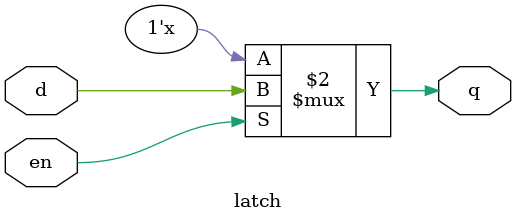
<source format=v>
module latch(input d, en, output reg q);
    always @(en)
	    if(en)
		    q <= d;
endmodule			

</source>
